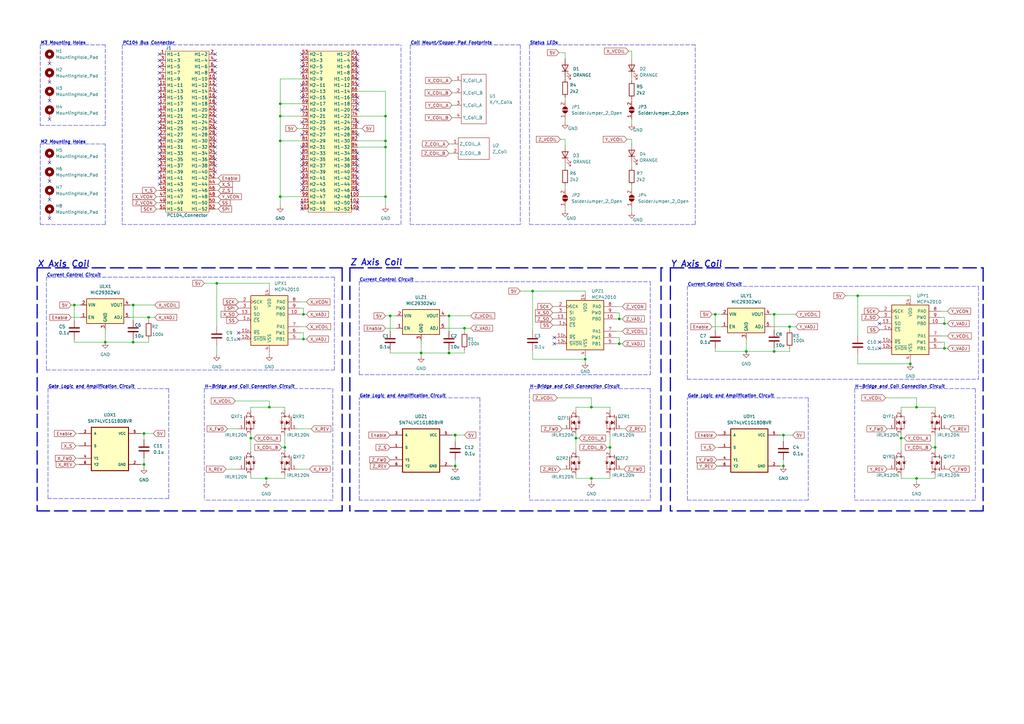
<source format=kicad_sch>
(kicad_sch (version 20211123) (generator eeschema)
  (paper "A3")
  (junction (at 43.18 140.335))
  (junction (at 114.935 42.545))
  (junction (at 184.15 144.78))
  (junction (at 158.115 57.785))
  (junction (at 172.72 144.78))
  (junction (at 293.37 128.905))
  (junction (at 124.46 128.905))
  (junction (at 109.22 196.215))
  (junction (at 54.61 140.335))
  (junction (at 116.84 183.515))
  (junction (at 242.57 167.005))
  (junction (at 186.6637 178.435))
  (junction (at 160.02 129.54))
  (junction (at 190.5 134.62))
  (junction (at 158.115 80.645))
  (junction (at 387.35 132.715))
  (junction (at 323.85 133.985))
  (junction (at 54.61 125.095))
  (junction (at 250.19 183.515))
  (junction (at 375.92 196.215))
  (junction (at 88.9 116.205))
  (junction (at 114.935 57.785))
  (junction (at 387.35 142.875))
  (junction (at 102.87 179.705))
  (junction (at 158.115 47.625))
  (junction (at 218.44 119.38))
  (junction (at 114.935 80.645))
  (junction (at 60.96 130.175))
  (junction (at 240.03 147.32))
  (junction (at 59.055 177.8))
  (junction (at 317.5 144.145))
  (junction (at 321.31 178.435))
  (junction (at 124.46 139.065))
  (junction (at 369.57 179.705))
  (junction (at 351.79 121.285))
  (junction (at 242.57 196.215))
  (junction (at 375.92 167.005))
  (junction (at 236.22 179.705))
  (junction (at 59.055 190.5))
  (junction (at 321.31 191.135))
  (junction (at 373.38 149.225))
  (junction (at 110.49 167.005))
  (junction (at 383.54 183.515))
  (junction (at 317.5 128.905))
  (junction (at 30.48 125.095))
  (junction (at 254 140.97))
  (junction (at 114.935 47.625))
  (junction (at 306.07 144.145))
  (junction (at 254 130.81))
  (junction (at 184.15 129.54))
  (junction (at 186.69 191.135))
  (junction (at 186.69 178.435))
  (junction (at 158.115 60.325))
  (no_connect (at 20.32 89.535))
  (no_connect (at 97.79 139.065))
  (no_connect (at 360.68 142.875))
  (no_connect (at 20.32 41.275))
  (no_connect (at 123.825 45.085))
  (no_connect (at 146.685 45.085))
  (no_connect (at 65.405 32.385))
  (no_connect (at 65.405 34.925))
  (no_connect (at 65.405 50.165))
  (no_connect (at 65.405 22.225))
  (no_connect (at 65.405 24.765))
  (no_connect (at 65.405 27.305))
  (no_connect (at 65.405 29.845))
  (no_connect (at 65.405 37.465))
  (no_connect (at 65.405 40.005))
  (no_connect (at 65.405 42.545))
  (no_connect (at 65.405 45.085))
  (no_connect (at 65.405 47.625))
  (no_connect (at 65.405 62.865))
  (no_connect (at 65.405 65.405))
  (no_connect (at 65.405 67.945))
  (no_connect (at 65.405 70.485))
  (no_connect (at 65.405 73.025))
  (no_connect (at 65.405 75.565))
  (no_connect (at 88.265 70.485))
  (no_connect (at 88.265 67.945))
  (no_connect (at 88.265 65.405))
  (no_connect (at 88.265 62.865))
  (no_connect (at 65.405 52.705))
  (no_connect (at 65.405 55.245))
  (no_connect (at 65.405 57.785))
  (no_connect (at 65.405 60.325))
  (no_connect (at 88.265 60.325))
  (no_connect (at 88.265 57.785))
  (no_connect (at 88.265 55.245))
  (no_connect (at 88.265 52.705))
  (no_connect (at 88.265 50.165))
  (no_connect (at 88.265 47.625))
  (no_connect (at 88.265 45.085))
  (no_connect (at 88.265 40.005))
  (no_connect (at 88.265 42.545))
  (no_connect (at 88.265 22.225))
  (no_connect (at 88.265 24.765))
  (no_connect (at 88.265 27.305))
  (no_connect (at 88.265 29.845))
  (no_connect (at 88.265 32.385))
  (no_connect (at 88.265 34.925))
  (no_connect (at 88.265 37.465))
  (no_connect (at 123.825 34.925))
  (no_connect (at 123.825 22.225))
  (no_connect (at 123.825 24.765))
  (no_connect (at 123.825 27.305))
  (no_connect (at 123.825 29.845))
  (no_connect (at 123.825 37.465))
  (no_connect (at 123.825 40.005))
  (no_connect (at 123.825 55.245))
  (no_connect (at 123.825 62.865))
  (no_connect (at 123.825 65.405))
  (no_connect (at 123.825 67.945))
  (no_connect (at 123.825 70.485))
  (no_connect (at 123.825 73.025))
  (no_connect (at 123.825 75.565))
  (no_connect (at 123.825 78.105))
  (no_connect (at 123.825 83.185))
  (no_connect (at 123.825 85.725))
  (no_connect (at 146.685 85.725))
  (no_connect (at 146.685 83.185))
  (no_connect (at 146.685 78.105))
  (no_connect (at 146.685 75.565))
  (no_connect (at 146.685 73.025))
  (no_connect (at 146.685 70.485))
  (no_connect (at 146.685 67.945))
  (no_connect (at 146.685 65.405))
  (no_connect (at 146.685 62.865))
  (no_connect (at 146.685 55.245))
  (no_connect (at 227.33 138.43))
  (no_connect (at 97.79 136.525))
  (no_connect (at 146.685 50.165))
  (no_connect (at 20.32 26.035))
  (no_connect (at 123.825 50.165))
  (no_connect (at 360.68 132.715))
  (no_connect (at 20.32 66.675))
  (no_connect (at 123.825 60.325))
  (no_connect (at 20.32 74.295))
  (no_connect (at 20.32 81.915))
  (no_connect (at 20.32 48.895))
  (no_connect (at 227.33 140.97))
  (no_connect (at 360.68 140.335))
  (no_connect (at 20.32 33.655))
  (no_connect (at 146.685 32.385))
  (no_connect (at 146.685 22.225))
  (no_connect (at 146.685 24.765))
  (no_connect (at 146.685 27.305))
  (no_connect (at 146.685 29.845))
  (no_connect (at 146.685 42.545))
  (no_connect (at 146.685 40.005))
  (no_connect (at 146.685 34.925))
  (wire (pts (xy 127 192.405) (xy 121.92 192.405)))
  (wire (pts (xy 64.135 85.725) (xy 65.405 85.725)))
  (wire (pts (xy 250.19 194.945) (xy 250.19 196.215)))
  (wire (pts (xy 124.46 128.905) (xy 125.73 128.905)))
  (polyline (pts (xy 15.24 109.855) (xy 140.335 109.855)) (stroke (width 0.5)))
  (wire (pts (xy 116.84 194.945) (xy 116.84 196.215)))
  (wire (pts (xy 259.08 48.895) (xy 259.08 50.8)))
  (wire (pts (xy 236.22 179.705) (xy 237.49 179.705)))
  (wire (pts (xy 123.19 133.985) (xy 125.73 133.985)))
  (wire (pts (xy 146.685 57.785) (xy 158.115 57.785)))
  (wire (pts (xy 186.69 178.435) (xy 186.69 180.975)))
  (wire (pts (xy 160.02 129.54) (xy 162.56 129.54)))
  (wire (pts (xy 158.115 57.785) (xy 158.115 60.325)))
  (wire (pts (xy 373.38 121.285) (xy 373.38 122.555)))
  (polyline (pts (xy 143.51 109.855) (xy 271.7537 109.855)) (stroke (width 0.5)))
  (polyline (pts (xy 168.275 92.075) (xy 213.36 92.075)))
  (polyline (pts (xy 217.17 159.385) (xy 266.7 159.385)))
  (wire (pts (xy 182.88 134.62) (xy 190.5 134.62)))
  (polyline (pts (xy 50.165 18.415) (xy 50.165 92.075)))
  (wire (pts (xy 89.535 83.185) (xy 88.265 83.185)))
  (wire (pts (xy 186.69 188.595) (xy 186.69 191.135)))
  (wire (pts (xy 114.935 32.385) (xy 123.825 32.385)))
  (polyline (pts (xy 168.275 18.415) (xy 213.36 18.415)))
  (wire (pts (xy 93.345 175.895) (xy 97.79 175.895)))
  (wire (pts (xy 43.18 135.255) (xy 43.18 140.335)))
  (wire (pts (xy 293.37 142.875) (xy 293.37 144.145)))
  (wire (pts (xy 236.22 179.705) (xy 236.22 184.785)))
  (wire (pts (xy 242.57 167.005) (xy 250.19 167.005)))
  (polyline (pts (xy 196.85 205.105) (xy 147.32 205.105)))
  (wire (pts (xy 321.31 188.595) (xy 321.31 191.135)))
  (wire (pts (xy 185.42 38.1) (xy 186.69 38.1)))
  (polyline (pts (xy 19.05 151.765) (xy 19.05 113.665)))
  (wire (pts (xy 321.31 178.435) (xy 321.31 180.975)))
  (polyline (pts (xy 403.225 209.55) (xy 274.955 209.55)) (stroke (width 0.5)))
  (wire (pts (xy 294.005 191.135) (xy 294.64 191.135)))
  (wire (pts (xy 236.22 167.005) (xy 242.57 167.005)))
  (polyline (pts (xy 401.32 117.475) (xy 401.32 155.575)))
  (polyline (pts (xy 16.51 59.055) (xy 43.18 59.055)))
  (wire (pts (xy 317.5 144.145) (xy 323.85 144.145)))
  (wire (pts (xy 102.87 168.275) (xy 102.87 167.005)))
  (wire (pts (xy 323.85 133.985) (xy 316.23 133.985)))
  (wire (pts (xy 306.07 139.065) (xy 306.07 144.145)))
  (wire (pts (xy 242.57 163.195) (xy 242.57 167.005)))
  (wire (pts (xy 259.08 40.64) (xy 259.08 41.275)))
  (wire (pts (xy 60.96 130.175) (xy 53.34 130.175)))
  (polyline (pts (xy 217.17 18.415) (xy 285.115 18.415)))
  (wire (pts (xy 254 140.97) (xy 255.27 140.97)))
  (wire (pts (xy 386.08 127.635) (xy 388.62 127.635)))
  (wire (pts (xy 115.57 183.515) (xy 116.84 183.515)))
  (wire (pts (xy 185.42 178.435) (xy 186.6637 178.435)))
  (wire (pts (xy 110.49 164.465) (xy 110.49 167.005)))
  (wire (pts (xy 226.695 130.81) (xy 227.33 130.81)))
  (wire (pts (xy 231.775 76.2) (xy 231.775 77.47)))
  (polyline (pts (xy 140.335 209.55) (xy 15.24 209.55)) (stroke (width 0.5)))
  (wire (pts (xy 123.19 136.525) (xy 124.46 136.525)))
  (wire (pts (xy 158.115 47.625) (xy 158.115 57.785)))
  (polyline (pts (xy 168.275 18.415) (xy 168.275 92.075)))
  (wire (pts (xy 236.22 194.945) (xy 236.22 196.215)))
  (wire (pts (xy 190.5 134.62) (xy 190.5 135.89)))
  (wire (pts (xy 110.49 167.005) (xy 116.84 167.005)))
  (wire (pts (xy 123.19 139.065) (xy 124.46 139.065)))
  (polyline (pts (xy 281.94 163.195) (xy 331.47 163.195)))
  (wire (pts (xy 102.87 196.215) (xy 109.22 196.215)))
  (polyline (pts (xy 137.16 113.665) (xy 137.16 151.765)))
  (wire (pts (xy 54.61 140.335) (xy 60.96 140.335)))
  (polyline (pts (xy 213.36 18.415) (xy 213.36 92.075)))
  (wire (pts (xy 190.5 134.62) (xy 193.04 134.62)))
  (wire (pts (xy 30.48 140.335) (xy 43.18 140.335)))
  (wire (pts (xy 102.87 178.435) (xy 102.87 179.705)))
  (wire (pts (xy 242.57 196.215) (xy 242.57 197.485)))
  (polyline (pts (xy 281.94 155.575) (xy 401.32 155.575)))
  (wire (pts (xy 294.005 188.595) (xy 294.64 188.595)))
  (wire (pts (xy 382.27 183.515) (xy 383.54 183.515)))
  (wire (pts (xy 387.35 142.875) (xy 388.62 142.875)))
  (wire (pts (xy 158.115 37.465) (xy 158.115 47.625)))
  (wire (pts (xy 236.22 196.215) (xy 242.57 196.215)))
  (wire (pts (xy 259.08 20.955) (xy 259.08 24.13)))
  (wire (pts (xy 186.69 178.435) (xy 190.4737 178.435)))
  (polyline (pts (xy 271.1187 209.55) (xy 143.4837 209.55)) (stroke (width 0.5)))
  (wire (pts (xy 363.855 192.405) (xy 364.49 192.405)))
  (polyline (pts (xy 147.32 153.67) (xy 266.7 153.67)))
  (wire (pts (xy 231.775 48.895) (xy 231.775 50.165)))
  (wire (pts (xy 254 130.81) (xy 255.27 130.81)))
  (wire (pts (xy 123.19 123.825) (xy 125.73 123.825)))
  (wire (pts (xy 124.46 126.365) (xy 124.46 128.905)))
  (polyline (pts (xy 266.7 159.385) (xy 266.7 205.105)))
  (wire (pts (xy 252.73 125.73) (xy 255.27 125.73)))
  (polyline (pts (xy 266.7 205.105) (xy 217.17 205.105)))
  (wire (pts (xy 30.48 131.445) (xy 30.48 125.095)))
  (wire (pts (xy 386.08 142.875) (xy 387.35 142.875)))
  (wire (pts (xy 60.96 131.445) (xy 60.96 130.175)))
  (polyline (pts (xy 83.82 159.385) (xy 83.82 205.105)))
  (wire (pts (xy 184.15 143.51) (xy 184.15 144.78)))
  (wire (pts (xy 386.08 140.335) (xy 387.35 140.335)))
  (wire (pts (xy 158.115 129.54) (xy 160.02 129.54)))
  (wire (pts (xy 102.87 194.945) (xy 102.87 196.215)))
  (polyline (pts (xy 16.51 18.415) (xy 16.51 51.435)))
  (wire (pts (xy 231.775 31.75) (xy 231.775 32.385)))
  (polyline (pts (xy 136.525 159.385) (xy 136.525 205.105)))
  (wire (pts (xy 30.48 125.095) (xy 33.02 125.095)))
  (wire (pts (xy 43.18 140.335) (xy 54.61 140.335)))
  (polyline (pts (xy 69.215 159.385) (xy 69.215 204.47)))
  (wire (pts (xy 292.1 133.985) (xy 295.91 133.985)))
  (wire (pts (xy 229.87 57.15) (xy 231.775 57.15)))
  (wire (pts (xy 114.935 80.645) (xy 114.935 84.455)))
  (wire (pts (xy 83.82 116.205) (xy 88.9 116.205)))
  (polyline (pts (xy 19.05 113.665) (xy 137.16 113.665)))
  (wire (pts (xy 109.22 196.215) (xy 116.84 196.215)))
  (wire (pts (xy 257.175 57.15) (xy 259.08 57.15)))
  (wire (pts (xy 383.54 183.515) (xy 383.54 184.785)))
  (wire (pts (xy 240.03 148.59) (xy 240.03 147.32)))
  (wire (pts (xy 351.79 149.225) (xy 373.38 149.225)))
  (wire (pts (xy 363.22 163.195) (xy 375.92 163.195)))
  (wire (pts (xy 110.49 145.415) (xy 110.49 144.145)))
  (polyline (pts (xy 19.05 151.765) (xy 137.16 151.765)))
  (wire (pts (xy 88.9 116.205) (xy 110.49 116.205)))
  (polyline (pts (xy 350.52 159.385) (xy 350.52 205.105)))
  (polyline (pts (xy 147.32 163.195) (xy 196.85 163.195)))
  (wire (pts (xy 250.19 183.515) (xy 250.19 184.785)))
  (wire (pts (xy 369.57 194.945) (xy 369.57 196.215)))
  (polyline (pts (xy 50.165 92.075) (xy 164.465 92.075)))
  (wire (pts (xy 121.92 52.705) (xy 123.825 52.705)))
  (wire (pts (xy 387.35 132.715) (xy 388.62 132.715)))
  (wire (pts (xy 259.08 76.2) (xy 259.08 77.47)))
  (wire (pts (xy 240.03 119.38) (xy 240.03 120.65)))
  (wire (pts (xy 231.775 67.31) (xy 231.775 68.58)))
  (wire (pts (xy 116.84 167.005) (xy 116.84 168.275)))
  (polyline (pts (xy 43.18 51.435) (xy 43.18 18.415)))
  (wire (pts (xy 110.49 116.205) (xy 110.49 118.745)))
  (wire (pts (xy 386.08 137.795) (xy 388.62 137.795)))
  (wire (pts (xy 185.42 43.18) (xy 186.69 43.18)))
  (wire (pts (xy 383.54 194.945) (xy 383.54 196.215)))
  (polyline (pts (xy 217.17 18.415) (xy 217.17 92.075)))
  (wire (pts (xy 186.6637 178.435) (xy 186.69 178.435)))
  (wire (pts (xy 64.135 80.645) (xy 65.405 80.645)))
  (wire (pts (xy 59.055 187.96) (xy 59.055 190.5)))
  (wire (pts (xy 373.38 149.225) (xy 373.38 147.955)))
  (wire (pts (xy 31.115 182.88) (xy 32.385 182.88)))
  (wire (pts (xy 31.115 177.8) (xy 32.385 177.8)))
  (polyline (pts (xy 274.955 109.855) (xy 403.225 109.855)) (stroke (width 0.5)))
  (wire (pts (xy 114.935 42.545) (xy 114.935 32.385)))
  (polyline (pts (xy 400.05 205.105) (xy 350.52 205.105)))
  (polyline (pts (xy 147.32 115.57) (xy 266.7 115.57)))
  (wire (pts (xy 292.1 128.905) (xy 293.37 128.905)))
  (wire (pts (xy 259.08 31.75) (xy 259.08 33.02)))
  (wire (pts (xy 229.235 21.59) (xy 231.775 21.59)))
  (wire (pts (xy 158.115 80.645) (xy 158.115 84.455)))
  (wire (pts (xy 102.87 179.705) (xy 104.14 179.705)))
  (wire (pts (xy 124.46 136.525) (xy 124.46 139.065)))
  (wire (pts (xy 59.055 177.8) (xy 62.865 177.8)))
  (wire (pts (xy 53.34 125.095) (xy 54.61 125.095)))
  (polyline (pts (xy 15.24 109.855) (xy 15.24 209.55)) (stroke (width 0.5)))
  (wire (pts (xy 320.04 178.435) (xy 321.31 178.435)))
  (wire (pts (xy 114.935 47.625) (xy 114.935 57.785)))
  (wire (pts (xy 230.505 175.895) (xy 231.14 175.895)))
  (wire (pts (xy 213.36 119.38) (xy 218.44 119.38)))
  (wire (pts (xy 29.21 125.095) (xy 30.48 125.095)))
  (polyline (pts (xy 266.7 115.57) (xy 266.7 153.67)))
  (wire (pts (xy 146.685 47.625) (xy 158.115 47.625)))
  (wire (pts (xy 31.115 190.5) (xy 32.385 190.5)))
  (wire (pts (xy 236.22 168.275) (xy 236.22 167.005)))
  (wire (pts (xy 369.57 168.275) (xy 369.57 167.005)))
  (polyline (pts (xy 403.225 109.855) (xy 403.225 209.55)) (stroke (width 0.5)))
  (wire (pts (xy 383.54 167.005) (xy 383.54 168.275)))
  (wire (pts (xy 114.935 57.785) (xy 114.935 80.645)))
  (wire (pts (xy 242.57 196.215) (xy 250.19 196.215)))
  (wire (pts (xy 248.92 183.515) (xy 250.19 183.515)))
  (wire (pts (xy 306.07 144.145) (xy 317.5 144.145)))
  (polyline (pts (xy 285.115 92.075) (xy 285.115 18.415)))
  (wire (pts (xy 89.535 85.725) (xy 88.265 85.725)))
  (wire (pts (xy 369.57 167.005) (xy 375.92 167.005)))
  (wire (pts (xy 228.6 163.195) (xy 242.57 163.195)))
  (wire (pts (xy 30.48 139.065) (xy 30.48 140.335)))
  (wire (pts (xy 294.005 178.435) (xy 294.64 178.435)))
  (wire (pts (xy 346.71 121.285) (xy 351.79 121.285)))
  (wire (pts (xy 96.52 164.465) (xy 110.49 164.465)))
  (wire (pts (xy 351.79 137.795) (xy 351.79 121.285)))
  (wire (pts (xy 89.535 73.025) (xy 88.265 73.025)))
  (wire (pts (xy 89.535 80.645) (xy 88.265 80.645)))
  (wire (pts (xy 389.255 192.405) (xy 388.62 192.405)))
  (wire (pts (xy 172.72 139.7) (xy 172.72 144.78)))
  (wire (pts (xy 146.685 60.325) (xy 158.115 60.325)))
  (wire (pts (xy 375.92 163.195) (xy 375.92 167.005)))
  (wire (pts (xy 218.44 135.89) (xy 218.44 119.38)))
  (wire (pts (xy 127.635 175.895) (xy 121.92 175.895)))
  (wire (pts (xy 259.08 85.09) (xy 259.08 86.995)))
  (polyline (pts (xy 147.32 205.105) (xy 147.32 163.195)))
  (wire (pts (xy 182.88 129.54) (xy 184.15 129.54)))
  (wire (pts (xy 158.115 134.62) (xy 162.56 134.62)))
  (wire (pts (xy 60.96 130.175) (xy 63.5 130.175)))
  (wire (pts (xy 229.87 192.405) (xy 231.14 192.405)))
  (wire (pts (xy 184.15 59.055) (xy 185.42 59.055)))
  (wire (pts (xy 54.61 139.065) (xy 54.61 140.335)))
  (polyline (pts (xy 281.94 205.105) (xy 281.94 163.195)))
  (wire (pts (xy 185.42 48.26) (xy 186.69 48.26)))
  (wire (pts (xy 185.42 33.02) (xy 186.69 33.02)))
  (wire (pts (xy 351.79 145.415) (xy 351.79 149.225)))
  (polyline (pts (xy 83.82 159.385) (xy 136.525 159.385)))
  (polyline (pts (xy 196.85 163.195) (xy 196.85 205.105)))
  (polyline (pts (xy 16.51 92.075) (xy 43.18 92.075)))
  (wire (pts (xy 293.37 183.515) (xy 294.64 183.515)))
  (wire (pts (xy 116.84 178.435) (xy 116.84 183.515)))
  (wire (pts (xy 323.85 133.985) (xy 326.39 133.985)))
  (wire (pts (xy 64.135 83.185) (xy 65.405 83.185)))
  (wire (pts (xy 190.5 143.51) (xy 190.5 144.78)))
  (wire (pts (xy 231.775 40.005) (xy 231.775 41.275)))
  (wire (pts (xy 123.825 42.545) (xy 114.935 42.545)))
  (polyline (pts (xy 217.17 92.075) (xy 285.115 92.075)))
  (wire (pts (xy 389.255 175.895) (xy 388.62 175.895)))
  (wire (pts (xy 255.905 192.405) (xy 255.27 192.405)))
  (wire (pts (xy 218.44 147.32) (xy 240.03 147.32)))
  (wire (pts (xy 252.73 140.97) (xy 254 140.97)))
  (wire (pts (xy 386.08 132.715) (xy 387.35 132.715)))
  (polyline (pts (xy 43.18 92.075) (xy 43.18 59.055)))
  (wire (pts (xy 60.96 139.065) (xy 60.96 140.335)))
  (wire (pts (xy 160.02 129.54) (xy 160.02 135.89)))
  (wire (pts (xy 316.23 128.905) (xy 317.5 128.905)))
  (wire (pts (xy 123.19 126.365) (xy 124.46 126.365)))
  (wire (pts (xy 375.92 167.005) (xy 383.54 167.005)))
  (wire (pts (xy 185.42 191.135) (xy 186.69 191.135)))
  (wire (pts (xy 323.85 135.255) (xy 323.85 133.985)))
  (polyline (pts (xy 16.51 51.435) (xy 43.18 51.435)))
  (wire (pts (xy 259.08 57.15) (xy 259.08 59.055)))
  (wire (pts (xy 114.935 57.785) (xy 123.825 57.785)))
  (wire (pts (xy 54.61 125.095) (xy 63.5 125.095)))
  (wire (pts (xy 236.22 178.435) (xy 236.22 179.705)))
  (wire (pts (xy 114.935 47.625) (xy 123.825 47.625)))
  (wire (pts (xy 59.055 191.77) (xy 59.055 190.5)))
  (wire (pts (xy 109.22 196.215) (xy 109.22 197.485)))
  (wire (pts (xy 29.21 130.175) (xy 33.02 130.175)))
  (wire (pts (xy 64.135 78.105) (xy 65.405 78.105)))
  (wire (pts (xy 369.57 178.435) (xy 369.57 179.705)))
  (wire (pts (xy 59.055 180.34) (xy 59.055 177.8)))
  (polyline (pts (xy 281.94 155.575) (xy 281.94 117.475)))
  (wire (pts (xy 88.9 141.605) (xy 88.9 145.415)))
  (wire (pts (xy 323.85 144.145) (xy 323.85 142.875)))
  (wire (pts (xy 184.15 144.78) (xy 172.72 144.78)))
  (wire (pts (xy 383.54 178.435) (xy 383.54 183.515)))
  (wire (pts (xy 218.44 143.51) (xy 218.44 147.32)))
  (wire (pts (xy 375.92 196.215) (xy 383.54 196.215)))
  (wire (pts (xy 184.15 129.54) (xy 193.04 129.54)))
  (wire (pts (xy 57.785 177.8) (xy 59.055 177.8)))
  (wire (pts (xy 295.91 128.905) (xy 293.37 128.905)))
  (wire (pts (xy 320.04 191.135) (xy 321.31 191.135)))
  (wire (pts (xy 257.81 20.955) (xy 259.08 20.955)))
  (wire (pts (xy 317.5 135.255) (xy 317.5 128.905)))
  (wire (pts (xy 386.08 130.175) (xy 387.35 130.175)))
  (wire (pts (xy 254 138.43) (xy 254 140.97)))
  (wire (pts (xy 124.46 139.065) (xy 125.73 139.065)))
  (polyline (pts (xy 19.685 204.47) (xy 19.685 159.385)))
  (wire (pts (xy 184.15 62.865) (xy 185.42 62.865)))
  (polyline (pts (xy 143.51 109.855) (xy 143.4837 209.55)) (stroke (width 0.5)))
  (wire (pts (xy 89.535 75.565) (xy 88.265 75.565)))
  (wire (pts (xy 387.35 130.175) (xy 387.35 132.715)))
  (wire (pts (xy 226.695 125.73) (xy 227.33 125.73)))
  (wire (pts (xy 172.72 146.05) (xy 172.72 144.78)))
  (wire (pts (xy 102.87 167.005) (xy 110.49 167.005)))
  (wire (pts (xy 218.44 119.38) (xy 240.03 119.38)))
  (polyline (pts (xy 274.955 109.855) (xy 274.955 209.55)) (stroke (width 0.5)))
  (wire (pts (xy 293.37 144.145) (xy 306.07 144.145)))
  (polyline (pts (xy 400.05 159.385) (xy 400.05 205.105)))
  (wire (pts (xy 317.5 128.905) (xy 326.39 128.905)))
  (wire (pts (xy 375.92 196.215) (xy 375.92 197.485)))
  (wire (pts (xy 250.19 178.435) (xy 250.19 183.515)))
  (polyline (pts (xy 16.51 59.055) (xy 16.51 92.075)))
  (polyline (pts (xy 136.525 205.105) (xy 83.82 205.105)))
  (wire (pts (xy 387.35 140.335) (xy 387.35 142.875)))
  (wire (pts (xy 231.775 21.59) (xy 231.775 24.13)))
  (wire (pts (xy 259.08 66.675) (xy 259.08 68.58)))
  (wire (pts (xy 363.855 175.895) (xy 364.49 175.895)))
  (wire (pts (xy 254 128.27) (xy 254 130.81)))
  (wire (pts (xy 317.5 142.875) (xy 317.5 144.145)))
  (wire (pts (xy 123.19 128.905) (xy 124.46 128.905)))
  (polyline (pts (xy 217.17 159.385) (xy 217.17 205.105)))
  (wire (pts (xy 351.79 121.285) (xy 373.38 121.285)))
  (wire (pts (xy 231.775 85.09) (xy 231.775 86.36)))
  (wire (pts (xy 114.935 42.545) (xy 114.935 47.625)))
  (wire (pts (xy 89.535 78.105) (xy 88.265 78.105)))
  (wire (pts (xy 54.61 131.445) (xy 54.61 125.095)))
  (polyline (pts (xy 350.52 159.385) (xy 400.05 159.385)))
  (wire (pts (xy 369.57 179.705) (xy 369.57 184.785)))
  (wire (pts (xy 240.03 146.05) (xy 240.03 147.32)))
  (wire (pts (xy 148.59 52.705) (xy 146.685 52.705)))
  (wire (pts (xy 92.71 192.405) (xy 97.79 192.405)))
  (wire (pts (xy 252.73 128.27) (xy 254 128.27)))
  (polyline (pts (xy 69.215 204.47) (xy 19.685 204.47)))
  (polyline (pts (xy 19.685 159.385) (xy 69.215 159.385)))
  (polyline (pts (xy 271.1187 109.855) (xy 271.1187 209.55)) (stroke (width 0.5)))
  (wire (pts (xy 369.57 196.215) (xy 375.92 196.215)))
  (wire (pts (xy 31.115 187.96) (xy 32.385 187.96)))
  (polyline (pts (xy 147.32 153.67) (xy 147.32 115.57)))
  (wire (pts (xy 226.695 128.27) (xy 227.33 128.27)))
  (wire (pts (xy 231.775 57.15) (xy 231.775 59.69)))
  (wire (pts (xy 250.19 167.005) (xy 250.19 168.275)))
  (polyline (pts (xy 50.165 18.415) (xy 164.465 18.415)))
  (polyline (pts (xy 331.47 163.195) (xy 331.47 205.105)))
  (wire (pts (xy 114.935 80.645) (xy 123.825 80.645)))
  (wire (pts (xy 88.9 116.205) (xy 88.9 133.985)))
  (polyline (pts (xy 164.465 92.075) (xy 164.465 18.415)))
  (wire (pts (xy 252.73 135.89) (xy 255.27 135.89)))
  (wire (pts (xy 158.115 60.325) (xy 158.115 80.645)))
  (polyline (pts (xy 16.51 18.415) (xy 43.18 18.415)))
  (wire (pts (xy 102.87 179.705) (xy 102.87 184.785)))
  (wire (pts (xy 57.785 190.5) (xy 59.055 190.5)))
  (wire (pts (xy 369.57 179.705) (xy 370.84 179.705)))
  (wire (pts (xy 226.695 133.35) (xy 227.33 133.35)))
  (wire (pts (xy 146.685 37.465) (xy 158.115 37.465)))
  (wire (pts (xy 160.02 144.78) (xy 172.72 144.78)))
  (wire (pts (xy 160.02 143.51) (xy 160.02 144.78)))
  (wire (pts (xy 321.31 178.435) (xy 325.12 178.435)))
  (wire (pts (xy 184.15 129.54) (xy 184.15 135.89)))
  (polyline (pts (xy 331.47 205.105) (xy 281.94 205.105)))
  (polyline (pts (xy 281.94 117.475) (xy 401.32 117.475)))
  (wire (pts (xy 293.37 128.905) (xy 293.37 135.255)))
  (wire (pts (xy 256.54 175.895) (xy 255.27 175.895)))
  (polyline (pts (xy 140.335 109.855) (xy 140.335 209.55)) (stroke (width 0.5)))
  (wire (pts (xy 146.685 80.645) (xy 158.115 80.645)))
  (wire (pts (xy 252.73 130.81) (xy 254 130.81)))
  (wire (pts (xy 184.15 144.78) (xy 190.5 144.78)))
  (wire (pts (xy 116.84 183.515) (xy 116.84 184.785)))
  (wire (pts (xy 252.73 138.43) (xy 254 138.43)))
  (text "M3 Mounting Holes\n" (at 16.51 18.415 0) (effects (font (size 1.27 1.27) (thickness 0.254) bold italic) (justify left bottom)))
  (text "Gate Logic and Amplification Circuit" (at 147.32 163.195 0) (effects (font (size 1.27 1.27) (thickness 0.254) bold italic) (justify left bottom)))
  (text "Gate Logic and Amplification Circuit" (at 19.685 159.385 0) (effects (font (size 1.27 1.27) (thickness 0.254) bold italic) (justify left bottom)))
  (text "M2 Mounting Holes\n" (at 16.51 59.055 0) (effects (font (size 1.27 1.27) (thickness 0.254) bold italic) (justify left bottom)))
  (text "Gate Logic and Amplification Circuit" (at 281.94 163.195 0) (effects (font (size 1.27 1.27) (thickness 0.254) bold italic) (justify left bottom)))
  (text "Status LEDs" (at 217.17 18.415 0) (effects (font (size 1.27 1.27) bold italic) (justify left bottom)))
  (text "Z Axis Coil" (at 143.51 109.22 0) (effects (font (size 2.54 2.54) (thickness 0.4) bold italic) (justify left bottom)))
  (text "X Axis Coil" (at 15.24 109.855 0) (effects (font (size 2.54 2.54) (thickness 0.4) bold italic) (justify left bottom)))
  (text "Current Control Circuit" (at 19.05 113.665 0) (effects (font (size 1.27 1.27) (thickness 0.254) bold italic) (justify left bottom)))
  (text "Y Axis Coil" (at 274.955 109.855 0) (effects (font (size 2.54 2.54) (thickness 0.4) bold italic) (justify left bottom)))
  (text "PC104 Bus Connector" (at 50.165 18.415 0) (effects (font (size 1.27 1.27) (thickness 0.254) bold italic) (justify left bottom)))
  (text "H-Bridge and Coil Connection Circuit" (at 217.17 159.385 0) (effects (font (size 1.27 1.27) (thickness 0.254) bold italic) (justify left bottom)))
  (text "H-Bridge and Coil Connection Circuit" (at 350.52 159.385 0) (effects (font (size 1.27 1.27) (thickness 0.254) bold italic) (justify left bottom)))
  (text "H-Bridge and Coil Connection Circuit" (at 83.82 159.385 0) (effects (font (size 1.27 1.27) (thickness 0.254) bold italic) (justify left bottom)))
  (text "Coil Mount/Copper Pad Footprints" (at 168.275 18.415 0) (effects (font (size 1.27 1.27) (thickness 0.254) bold italic) (justify left bottom)))
  (text "Current Control Circuit" (at 147.32 115.57 0) (effects (font (size 1.27 1.27) (thickness 0.254) bold italic) (justify left bottom)))
  (text "Current Control Circuit" (at 281.94 117.475 0) (effects (font (size 1.27 1.27) (thickness 0.254) bold italic) (justify left bottom)))
  (global_label "Z_SO" (shape input) (at 360.68 130.175 180) (property "Intersheet References" "${INTERSHEET_REFS}" (effects hide)))
  (global_label "5V" (shape input) (at 29.21 125.095 180) (property "Intersheet References" "${INTERSHEET_REFS}" (effects hide)))
  (global_label "Z_REV" (shape input) (at 229.87 192.405 180) (property "Intersheet References" "${INTERSHEET_REFS}" (effects hide)))
  (global_label "X_COIL_B" (shape input) (at 185.42 38.1 180) (property "Intersheet References" "${INTERSHEET_REFS}" (effects hide)))
  (global_label "Enable" (shape input) (at 294.005 178.435 180) (property "Intersheet References" "${INTERSHEET_REFS}" (effects hide)))
  (global_label "5V" (shape input) (at 190.4737 178.435 0) (property "Intersheet References" "${INTERSHEET_REFS}" (effects hide)))
  (global_label "Y_REV" (shape input) (at 389.255 175.895 0) (property "Intersheet References" "${INTERSHEET_REFS}" (effects hide)))
  (global_label "5V" (shape input) (at 121.92 52.705 180) (property "Intersheet References" "${INTERSHEET_REFS}" (effects hide)))
  (global_label "X_VADJ" (shape input) (at 125.73 139.065 0) (property "Intersheet References" "${INTERSHEET_REFS}" (effects hide)))
  (global_label "Y_REV" (shape input) (at 363.855 192.405 180) (property "Intersheet References" "${INTERSHEET_REFS}" (effects hide)))
  (global_label "SCK" (shape input) (at 360.68 127.635 180) (property "Intersheet References" "${INTERSHEET_REFS}" (effects hide)))
  (global_label "Z_VCOIL" (shape input) (at 228.6 163.195 180) (property "Intersheet References" "${INTERSHEET_REFS}" (effects hide)))
  (global_label "Z_FWD" (shape input) (at 255.905 192.405 0) (property "Intersheet References" "${INTERSHEET_REFS}" (effects hide)))
  (global_label "Z_VADJ" (shape input) (at 255.27 140.97 0) (property "Intersheet References" "${INTERSHEET_REFS}" (effects hide)))
  (global_label "SS" (shape input) (at 226.695 133.35 180) (property "Intersheet References" "${INTERSHEET_REFS}" (effects hide)))
  (global_label "Z_VCOIL" (shape input) (at 193.04 129.54 0) (property "Intersheet References" "${INTERSHEET_REFS}" (effects hide)))
  (global_label "X_VCOIL" (shape input) (at 96.52 164.465 180) (property "Intersheet References" "${INTERSHEET_REFS}" (effects hide)))
  (global_label "Y_VCOIL" (shape input) (at 257.175 57.15 180) (property "Intersheet References" "${INTERSHEET_REFS}" (effects hide)))
  (global_label "X_VADJ" (shape input) (at 63.5 130.175 0) (property "Intersheet References" "${INTERSHEET_REFS}" (effects hide)))
  (global_label "Z_VADJ" (shape input) (at 255.27 130.81 0) (property "Intersheet References" "${INTERSHEET_REFS}" (effects hide)))
  (global_label "SCK" (shape input) (at 64.135 85.725 180) (property "Intersheet References" "${INTERSHEET_REFS}" (effects hide)))
  (global_label "5V" (shape input) (at 158.115 129.54 180) (property "Intersheet References" "${INTERSHEET_REFS}" (effects hide)))
  (global_label "5V" (shape input) (at 346.71 121.285 180) (property "Intersheet References" "${INTERSHEET_REFS}" (effects hide)))
  (global_label "Y_S" (shape input) (at 64.135 78.105 180) (property "Intersheet References" "${INTERSHEET_REFS}" (effects hide)))
  (global_label "Y_VCOIL" (shape input) (at 363.22 163.195 180) (property "Intersheet References" "${INTERSHEET_REFS}" (effects hide)))
  (global_label "X_COIL_A" (shape input) (at 185.42 33.02 180) (property "Intersheet References" "${INTERSHEET_REFS}" (effects hide)))
  (global_label "X_SO" (shape input) (at 97.79 128.905 180) (property "Intersheet References" "${INTERSHEET_REFS}" (effects hide)))
  (global_label "Y_VCOIL" (shape input) (at 388.62 137.795 0) (property "Intersheet References" "${INTERSHEET_REFS}" (effects hide)))
  (global_label "5V" (shape input) (at 62.865 177.8 0) (property "Intersheet References" "${INTERSHEET_REFS}" (effects hide)))
  (global_label "Z_VADJ" (shape input) (at 193.04 134.62 0) (property "Intersheet References" "${INTERSHEET_REFS}" (effects hide)))
  (global_label "Z_COIL_B" (shape input) (at 184.15 62.865 180) (property "Intersheet References" "${INTERSHEET_REFS}" (effects hide)))
  (global_label "X_COIL_B" (shape input) (at 115.57 183.515 180) (property "Intersheet References" "${INTERSHEET_REFS}" (effects hide)))
  (global_label "X_VADJ" (shape input) (at 125.73 128.905 0) (property "Intersheet References" "${INTERSHEET_REFS}" (effects hide)))
  (global_label "X_VCON" (shape input) (at 64.135 80.645 180) (property "Intersheet References" "${INTERSHEET_REFS}" (effects hide)))
  (global_label "Y_COIL_B" (shape input) (at 382.27 183.515 180) (property "Intersheet References" "${INTERSHEET_REFS}" (effects hide)))
  (global_label "Y_COIL_B" (shape input) (at 185.42 48.26 180) (property "Intersheet References" "${INTERSHEET_REFS}" (effects hide)))
  (global_label "X_REV" (shape input) (at 31.115 190.5 180) (property "Intersheet References" "${INTERSHEET_REFS}" (effects hide)))
  (global_label "Enable" (shape input) (at 292.1 133.985 180) (property "Intersheet References" "${INTERSHEET_REFS}" (effects hide)))
  (global_label "X_VCOIL" (shape input) (at 125.73 133.985 0) (property "Intersheet References" "${INTERSHEET_REFS}" (effects hide)))
  (global_label "SPI" (shape input) (at 89.535 85.725 0) (property "Intersheet References" "${INTERSHEET_REFS}" (effects hide)))
  (global_label "SCK" (shape input) (at 97.79 123.825 180) (property "Intersheet References" "${INTERSHEET_REFS}" (effects hide)))
  (global_label "Z_REV" (shape input) (at 160.02 191.135 180) (property "Intersheet References" "${INTERSHEET_REFS}" (effects hide)))
  (global_label "5V" (shape input) (at 213.36 119.38 180) (property "Intersheet References" "${INTERSHEET_REFS}" (effects hide)))
  (global_label "Y_VCOIL" (shape input) (at 326.39 128.905 0) (property "Intersheet References" "${INTERSHEET_REFS}" (effects hide)))
  (global_label "X_VCON" (shape input) (at 125.73 123.825 0) (property "Intersheet References" "${INTERSHEET_REFS}" (effects hide)))
  (global_label "SS" (shape input) (at 89.535 83.185 0) (property "Intersheet References" "${INTERSHEET_REFS}" (effects hide)))
  (global_label "Y_FWD" (shape input) (at 294.005 188.595 180) (property "Intersheet References" "${INTERSHEET_REFS}" (effects hide)))
  (global_label "5V" (shape input) (at 229.235 21.59 180) (property "Intersheet References" "${INTERSHEET_REFS}" (effects hide)))
  (global_label "X_S" (shape input) (at 89.535 75.565 0) (property "Intersheet References" "${INTERSHEET_REFS}" (effects hide)))
  (global_label "Z_COIL_A" (shape input) (at 184.15 59.055 180) (property "Intersheet References" "${INTERSHEET_REFS}" (effects hide)))
  (global_label "X_REV" (shape input) (at 127.635 175.895 0) (property "Intersheet References" "${INTERSHEET_REFS}" (effects hide)))
  (global_label "Z_S" (shape input) (at 160.02 183.515 180) (property "Intersheet References" "${INTERSHEET_REFS}" (effects hide)))
  (global_label "Enable" (shape input) (at 160.02 178.435 180) (property "Intersheet References" "${INTERSHEET_REFS}" (effects hide)))
  (global_label "5V" (shape input) (at 325.12 178.435 0) (property "Intersheet References" "${INTERSHEET_REFS}" (effects hide)))
  (global_label "X_FWD" (shape input) (at 127 192.405 0) (property "Intersheet References" "${INTERSHEET_REFS}" (effects hide)))
  (global_label "Y_COIL_A" (shape input) (at 185.42 43.18 180) (property "Intersheet References" "${INTERSHEET_REFS}" (effects hide)))
  (global_label "X_COIL_A" (shape input) (at 104.14 179.705 0) (property "Intersheet References" "${INTERSHEET_REFS}" (effects hide)))
  (global_label "X_SO" (shape input) (at 226.695 128.27 180) (property "Intersheet References" "${INTERSHEET_REFS}" (effects hide)))
  (global_label "X_VCOIL" (shape input) (at 63.5 125.095 0) (property "Intersheet References" "${INTERSHEET_REFS}" (effects hide)))
  (global_label "SS" (shape input) (at 360.68 135.255 180) (property "Intersheet References" "${INTERSHEET_REFS}" (effects hide)))
  (global_label "SS" (shape input) (at 97.79 131.445 180) (property "Intersheet References" "${INTERSHEET_REFS}" (effects hide)))
  (global_label "5V" (shape input) (at 292.1 128.905 180) (property "Intersheet References" "${INTERSHEET_REFS}" (effects hide)))
  (global_label "Z_COIL_A" (shape input) (at 237.49 179.705 0) (property "Intersheet References" "${INTERSHEET_REFS}" (effects hide)))
  (global_label "Y_COIL_A" (shape input) (at 370.84 179.705 0) (property "Intersheet References" "${INTERSHEET_REFS}" (effects hide)))
  (global_label "Z_VCOIL" (shape input) (at 255.27 135.89 0) (property "Intersheet References" "${INTERSHEET_REFS}" (effects hide)))
  (global_label "5V" (shape input) (at 148.59 52.705 0) (property "Intersheet References" "${INTERSHEET_REFS}" (effects hide)))
  (global_label "Z_VCON" (shape input) (at 255.27 125.73 0) (property "Intersheet References" "${INTERSHEET_REFS}" (effects hide)))
  (global_label "X_VCOIL" (shape input) (at 257.81 20.955 180) (property "Intersheet References" "${INTERSHEET_REFS}" (effects hide)))
  (global_label "Y_S" (shape input) (at 293.37 183.515 180) (property "Intersheet References" "${INTERSHEET_REFS}" (effects hide)))
  (global_label "Y_VADJ" (shape input) (at 388.62 132.715 0) (property "Intersheet References" "${INTERSHEET_REFS}" (effects hide)))
  (global_label "Z_S" (shape input) (at 89.535 78.105 0) (property "Intersheet References" "${INTERSHEET_REFS}" (effects hide)))
  (global_label "Y_VCON" (shape input) (at 388.62 127.635 0) (property "Intersheet References" "${INTERSHEET_REFS}" (effects hide)))
  (global_label "Enable" (shape input) (at 158.115 134.62 180) (property "Intersheet References" "${INTERSHEET_REFS}" (effects hide)))
  (global_label "SCK" (shape input) (at 226.695 125.73 180) (property "Intersheet References" "${INTERSHEET_REFS}" (effects hide)))
  (global_label "Z_VCON" (shape input) (at 64.135 83.185 180) (property "Intersheet References" "${INTERSHEET_REFS}" (effects hide)))
  (global_label "Z_REV" (shape input) (at 256.54 175.895 0) (property "Intersheet References" "${INTERSHEET_REFS}" (effects hide)))
  (global_label "Y_FWD" (shape input) (at 363.855 175.895 180) (property "Intersheet References" "${INTERSHEET_REFS}" (effects hide)))
  (global_label "Z_FWD" (shape input) (at 160.02 188.595 180) (property "Intersheet References" "${INTERSHEET_REFS}" (effects hide)))
  (global_label "Z_VCOIL" (shape input) (at 229.87 57.15 180) (property "Intersheet References" "${INTERSHEET_REFS}" (effects hide)))
  (global_label "X_REV" (shape input) (at 92.71 192.405 180) (property "Intersheet References" "${INTERSHEET_REFS}" (effects hide)))
  (global_label "Enable" (shape input) (at 89.535 73.025 0) (property "Intersheet References" "${INTERSHEET_REFS}" (effects hide)))
  (global_label "Z_COIL_B" (shape input) (at 248.92 183.515 180) (property "Intersheet References" "${INTERSHEET_REFS}" (effects hide)))
  (global_label "Y_FWD" (shape input) (at 389.255 192.405 0) (property "Intersheet References" "${INTERSHEET_REFS}" (effects hide)))
  (global_label "Y_VADJ" (shape input) (at 326.39 133.985 0) (property "Intersheet References" "${INTERSHEET_REFS}" (effects hide)))
  (global_label "X_FWD" (shape input) (at 31.115 187.96 180) (property "Intersheet References" "${INTERSHEET_REFS}" (effects hide)))
  (global_label "Y_VADJ" (shape input) (at 388.62 142.875 0) (property "Intersheet References" "${INTERSHEET_REFS}" (effects hide)))
  (global_label "Enable" (shape input) (at 29.21 130.175 180) (property "Intersheet References" "${INTERSHEET_REFS}" (effects hide)))
  (global_label "Enable" (shape input) (at 31.115 177.8 180) (property "Intersheet References" "${INTERSHEET_REFS}" (effects hide)))
  (global_label "5V" (shape input) (at 83.82 116.205 180) (property "Intersheet References" "${INTERSHEET_REFS}" (effects hide)))
  (global_label "X_S" (shape input) (at 31.115 182.88 180) (property "Intersheet References" "${INTERSHEET_REFS}" (effects hide)))
  (global_label "X_FWD" (shape input) (at 93.345 175.895 180) (property "Intersheet References" "${INTERSHEET_REFS}" (effects hide)))
  (global_label "Z_FWD" (shape input) (at 230.505 175.895 180) (property "Intersheet References" "${INTERSHEET_REFS}" (effects hide)))
  (global_label "Z_SO" (shape input) (at 226.695 130.81 180) (property "Intersheet References" "${INTERSHEET_REFS}" (effects hide)))
  (global_label "SPI" (shape input) (at 97.79 126.365 180) (property "Intersheet References" "${INTERSHEET_REFS}" (effects hide)))
  (global_label "Y_VCON" (shape input) (at 89.535 80.645 0) (property "Intersheet References" "${INTERSHEET_REFS}" (effects hide)))
  (global_label "Y_REV" (shape input) (at 294.005 191.135 180) (property "Intersheet References" "${INTERSHEET_REFS}" (effects hide)))
  (symbol (lib_id "Mechanical:MountingHole_Pad") (at 20.32 31.115 0) (unit 1)
    (property "Reference" "H2" (at 22.86 28.5749 0) (effects (justify left)))
    (property "Value" "MountingHole_Pad" (at 22.86 31.1149 0) (effects (justify left)))
    (property "Footprint" "MountingHole:MountingHole_3.2mm_M3_Pad_TopBottom" (effects hide))
  )
  (symbol (lib_id "Jumper:SolderJumper_2_Open") (at 231.775 81.28 90) (unit 1)
    (property "Reference" "JP2" (at 234.315 80.0099 90) (effects (justify right)))
    (property "Value" "SolderJumper_2_Open" (at 234.315 82.5499 90) (effects (justify right)))
    (property "Footprint" "Jumper:SolderJumper-2_P1.3mm_Open_TrianglePad1.0x1.5mm" (effects hide))
  )
  (symbol (lib_id "IRLR120N:IRLR120N") (at 386.08 173.355 0) (mirror y) (unit 1)
    (property "Reference" "QYR1" (at 391.795 170.815 0) (effects (justify left)))
    (property "Value" "IRLR120N" (at 393.7 178.435 0) (effects (justify left)))
    (property "Footprint" "Package_TO_SOT_SMD:TO-252-2" (effects hide))
    (property "Datasheet" "http://www.irf.com/product-info/datasheets/data/irf540n.pdf" (effects hide))
    (property "PARTREV" "july 2014" (effects hide))
    (property "MANUFACTURER" "Infineon Technologies" (effects hide))
    (property "MAXIMUM_PACKAGE_HIEGHT" "2.39mm" (effects hide))
    (property "STANDARD" "IPC7351B" (effects hide))
  )
  (symbol (lib_id "Device:LED") (at 231.775 27.94 90) (unit 1)
    (property "Reference" "D1" (at 234.95 28.2574 90) (effects (justify right)))
    (property "Value" "ORANGE" (at 234.95 30.7974 90) (effects (justify right)))
    (property "Footprint" "LED_SMD:LED_0603_1608Metric" (effects hide))
  )
  (symbol (lib_id "Coils:Z_Coil") (at 191.77 66.675 0) (unit 1)
    (property "Reference" "U2" (at 201.93 59.6899 0) (effects (justify left)))
    (property "Value" "Z_Coil" (at 201.93 62.2299 0) (effects (justify left)))
    (property "Footprint" "MCP42010-E_SL:ZCoil" (effects hide))
  )
  (symbol (lib_id "Device:LED") (at 231.775 63.5 90) (unit 1)
    (property "Reference" "D3" (at 234.95 63.8174 90) (effects (justify right)))
    (property "Value" "ORANGE" (at 234.95 66.3574 90) (effects (justify right)))
    (property "Footprint" "LED_SMD:LED_0603_1608Metric" (effects hide))
  )
  (symbol (lib_id "IRLR120N:IRLR120N") (at 252.73 173.355 0) (mirror y) (unit 1)
    (property "Reference" "QZR1" (at 258.445 170.815 0) (effects (justify left)))
    (property "Value" "IRLR120N" (at 260.35 178.435 0) (effects (justify left)))
    (property "Footprint" "Package_TO_SOT_SMD:TO-252-2" (effects hide))
    (property "Datasheet" "http://www.irf.com/product-info/datasheets/data/irf540n.pdf" (effects hide))
    (property "PARTREV" "july 2014" (effects hide))
    (property "MANUFACTURER" "Infineon Technologies" (effects hide))
    (property "MAXIMUM_PACKAGE_HIEGHT" "2.39mm" (effects hide))
    (property "STANDARD" "IPC7351B" (effects hide))
  )
  (symbol (lib_id "SN74LVC1G18DBVR:SN74LVC1G18DBVR") (at 42.545 177.8 0) (unit 1)
    (property "Reference" "UDX1" (at 45.085 170.18 0))
    (property "Value" "SN74LVC1G18DBVR" (at 45.085 172.72 0))
    (property "Footprint" "SN74LVC1G18DBVR:SOT95P280X145-6N" (effects hide))
  )
  (symbol (lib_id "Device:C") (at 88.9 137.795 0) (unit 1)
    (property "Reference" "C9" (at 92.71 136.525 0) (effects (justify left)))
    (property "Value" "0.1u" (at 92.71 139.0649 0) (effects (justify left)))
    (property "Footprint" "Capacitor_SMD:C_0603_1608Metric" (effects hide))
  )
  (symbol (lib_id "Device:C") (at 184.15 139.7 0) (unit 1)
    (property "Reference" "C2" (at 184.785 137.795 0) (effects (justify left)))
    (property "Value" "10u" (at 184.785 142.24 0) (effects (justify left)))
    (property "Footprint" "Capacitor_SMD:C_0603_1608Metric" (effects hide))
  )
  (symbol (lib_id "Device:C") (at 160.02 139.7 0) (unit 1)
    (property "Reference" "C1" (at 156.845 137.795 0) (effects (justify left)))
    (property "Value" "0.1u" (at 155.575 142.24 0) (effects (justify left)))
    (property "Footprint" "Capacitor_SMD:C_0603_1608Metric" (effects hide))
  )
  (symbol (lib_id "IRLR120N:IRLR120N") (at 100.33 173.355 0) (unit 1)
    (property "Reference" "QXF1" (at 94.615 170.815 0) (effects (justify left)))
    (property "Value" "IRLR120N" (at 92.075 178.435 0) (effects (justify left)))
    (property "Footprint" "Package_TO_SOT_SMD:TO-252-2" (effects hide))
    (property "Datasheet" "http://www.irf.com/product-info/datasheets/data/irf540n.pdf" (effects hide))
    (property "PARTREV" "july 2014" (effects hide))
    (property "MANUFACTURER" "Infineon Technologies" (effects hide))
    (property "MAXIMUM_PACKAGE_HIEGHT" "2.39mm" (effects hide))
    (property "STANDARD" "IPC7351B" (effects hide))
  )
  (symbol (lib_id "IRLR120N:IRLR120N") (at 252.73 189.865 0) (mirror y) (unit 1)
    (property "Reference" "QZF2" (at 257.81 187.96 0) (effects (justify left)))
    (property "Value" "IRLR120N" (at 260.35 194.945 0) (effects (justify left)))
    (property "Footprint" "Package_TO_SOT_SMD:TO-252-2" (effects hide))
    (property "Datasheet" "http://www.irf.com/product-info/datasheets/data/irf540n.pdf" (effects hide))
    (property "PARTREV" "july 2014" (effects hide))
    (property "MANUFACTURER" "Infineon Technologies" (effects hide))
    (property "MAXIMUM_PACKAGE_HIEGHT" "2.39mm" (effects hide))
    (property "STANDARD" "IPC7351B" (effects hide))
  )
  (symbol (lib_id "power:GND") (at 59.055 191.77 0) (unit 1)
    (property "Reference" "#PWR013" (effects hide))
    (property "Value" "GND" (at 59.055 196.85 0))
  )
  (symbol (lib_id "Device:R") (at 231.775 36.195 0) (unit 1)
    (property "Reference" "R4" (at 233.68 34.9249 0) (effects (justify left)))
    (property "Value" "2k2" (at 233.68 37.4649 0) (effects (justify left)))
    (property "Footprint" "Resistor_SMD:R_0603_1608Metric" (effects hide))
  )
  (symbol (lib_id "IRLR120N:IRLR120N") (at 100.33 189.865 0) (unit 1)
    (property "Reference" "QXR2" (at 93.98 187.96 0) (effects (justify left)))
    (property "Value" "IRLR120N" (at 92.075 195.58 0) (effects (justify left)))
    (property "Footprint" "Package_TO_SOT_SMD:TO-252-2" (effects hide))
    (property "Datasheet" "http://www.irf.com/product-info/datasheets/data/irf540n.pdf" (effects hide))
    (property "PARTREV" "july 2014" (effects hide))
    (property "MANUFACTURER" "Infineon Technologies" (effects hide))
    (property "MAXIMUM_PACKAGE_HIEGHT" "2.39mm" (effects hide))
    (property "STANDARD" "IPC7351B" (effects hide))
  )
  (symbol (lib_id "Device:R") (at 259.08 36.83 0) (unit 1)
    (property "Reference" "R5" (at 260.985 35.5599 0) (effects (justify left)))
    (property "Value" "2k2" (at 260.985 38.0999 0) (effects (justify left)))
    (property "Footprint" "Resistor_SMD:R_0603_1608Metric" (effects hide))
  )
  (symbol (lib_id "Mechanical:MountingHole_Pad") (at 20.32 79.375 0) (unit 1)
    (property "Reference" "H7" (at 22.86 76.8349 0) (effects (justify left)))
    (property "Value" "MountingHole_Pad" (at 22.86 79.3749 0) (effects (justify left)))
    (property "Footprint" "MountingHole:MountingHole_2.2mm_M2_Pad_TopBottom" (effects hide))
  )
  (symbol (lib_id "Device:LED") (at 259.08 62.865 90) (unit 1)
    (property "Reference" "D4" (at 262.255 63.1824 90) (effects (justify right)))
    (property "Value" "ORANGE" (at 262.255 65.7224 90) (effects (justify right)))
    (property "Footprint" "LED_SMD:LED_0603_1608Metric" (effects hide))
  )
  (symbol (lib_id "power:GND") (at 259.08 50.8 0) (unit 1)
    (property "Reference" "#PWR017" (effects hide))
    (property "Value" "GND" (at 261.62 53.34 0))
  )
  (symbol (lib_id "IRLR120N:IRLR120N") (at 119.38 173.355 0) (mirror y) (unit 1)
    (property "Reference" "QXR1" (at 125.095 170.815 0) (effects (justify left)))
    (property "Value" "IRLR120N" (at 127 178.435 0) (effects (justify left)))
    (property "Footprint" "Package_TO_SOT_SMD:TO-252-2" (effects hide))
    (property "Datasheet" "http://www.irf.com/product-info/datasheets/data/irf540n.pdf" (effects hide))
    (property "PARTREV" "july 2014" (effects hide))
    (property "MANUFACTURER" "Infineon Technologies" (effects hide))
    (property "MAXIMUM_PACKAGE_HIEGHT" "2.39mm" (effects hide))
    (property "STANDARD" "IPC7351B" (effects hide))
  )
  (symbol (lib_id "IRLR120N:IRLR120N") (at 367.03 189.865 0) (unit 1)
    (property "Reference" "QYR2" (at 361.95 187.325 0) (effects (justify left)))
    (property "Value" "IRLR120N" (at 359.41 194.945 0) (effects (justify left)))
    (property "Footprint" "Package_TO_SOT_SMD:TO-252-2" (effects hide))
    (property "Datasheet" "http://www.irf.com/product-info/datasheets/data/irf540n.pdf" (effects hide))
    (property "PARTREV" "july 2014" (effects hide))
    (property "MANUFACTURER" "Infineon Technologies" (effects hide))
    (property "MAXIMUM_PACKAGE_HIEGHT" "2.39mm" (effects hide))
    (property "STANDARD" "IPC7351B" (effects hide))
  )
  (symbol (lib_id "power:GND") (at 321.31 191.135 0) (unit 1)
    (property "Reference" "#PWR06" (effects hide))
    (property "Value" "GND" (at 321.31 196.215 0))
  )
  (symbol (lib_id "power:GND") (at 88.9 145.415 0) (unit 1)
    (property "Reference" "#PWR015" (effects hide))
    (property "Value" "GND" (at 88.9 150.495 0))
  )
  (symbol (lib_id "Coils:X{slash}Y_Coils") (at 189.23 31.75 270) (unit 1)
    (property "Reference" "U1" (at 200.66 39.3699 90) (effects (justify left)))
    (property "Value" "X/Y_Coils" (at 200.66 41.9099 90) (effects (justify left)))
    (property "Footprint" "CoilFootprints:Front Coils Mount" (effects hide))
  )
  (symbol (lib_id "power:GND") (at 231.775 86.36 0) (unit 1)
    (property "Reference" "#PWR018" (effects hide))
    (property "Value" "GND" (at 234.315 89.535 0))
  )
  (symbol (lib_id "Regulator_Linear:MIC29302WU") (at 172.72 132.08 0) (unit 1)
    (property "Reference" "ULZ1" (at 172.72 121.92 0))
    (property "Value" "MIC29302WU" (at 172.72 124.46 0))
    (property "Footprint" "Package_TO_SOT_SMD:TO-263-5_TabPin3" (effects hide))
    (property "Datasheet" "http://ww1.microchip.com/downloads/en/devicedoc/20005685a.pdf" (effects hide))
  )
  (symbol (lib_id "Device:C") (at 317.5 139.065 0) (unit 1)
    (property "Reference" "C8" (at 318.135 137.16 0) (effects (justify left)))
    (property "Value" "10u" (at 318.135 141.605 0) (effects (justify left)))
    (property "Footprint" "Capacitor_SMD:C_0603_1608Metric" (effects hide))
  )
  (symbol (lib_id "Potentiometer_Digital:MCP42010") (at 373.38 135.255 0) (unit 1)
    (property "Reference" "UPY1" (at 375.92 121.285 0) (effects (justify left)))
    (property "Value" "MCP42010" (at 375.92 123.825 0) (effects (justify left)))
    (property "Footprint" "MCP42010-E_SL:SOIC127P600X175-14N" (effects hide))
    (property "Datasheet" "http://ww1.microchip.com/downloads/en/DeviceDoc/11195c.pdf" (effects hide))
  )
  (symbol (lib_id "Potentiometer_Digital:MCP42010") (at 110.49 131.445 0) (unit 1)
    (property "Reference" "UPX1" (at 112.5094 116.205 0) (effects (justify left)))
    (property "Value" "MCP42010" (at 112.5094 118.745 0) (effects (justify left)))
    (property "Footprint" "MCP42010-E_SL:SOIC127P600X175-14N" (effects hide))
    (property "Datasheet" "http://ww1.microchip.com/downloads/en/DeviceDoc/11195c.pdf" (effects hide))
  )
  (symbol (lib_id "power:GND") (at 114.935 84.455 0) (unit 1)
    (property "Reference" "#PWR04" (effects hide))
    (property "Value" "GND" (at 114.935 89.535 0))
  )
  (symbol (lib_id "Mechanical:MountingHole_Pad") (at 20.32 23.495 0) (unit 1)
    (property "Reference" "H1" (at 22.86 20.9549 0) (effects (justify left)))
    (property "Value" "MountingHole_Pad" (at 22.86 23.4949 0) (effects (justify left)))
    (property "Footprint" "MountingHole:MountingHole_3.2mm_M3_Pad_TopBottom" (effects hide))
  )
  (symbol (lib_id "Device:C") (at 218.44 139.7 0) (unit 1)
    (property "Reference" "C3" (at 219.075 137.795 0) (effects (justify left)))
    (property "Value" "0.1u" (at 219.075 142.24 0) (effects (justify left)))
    (property "Footprint" "Capacitor_SMD:C_0603_1608Metric" (effects hide))
  )
  (symbol (lib_id "power:GND") (at 110.49 145.415 0) (unit 1)
    (property "Reference" "#PWR09" (effects hide))
    (property "Value" "GND" (at 110.49 150.495 0))
  )
  (symbol (lib_id "power:GND") (at 172.72 146.05 0) (unit 1)
    (property "Reference" "#PWR01" (effects hide))
    (property "Value" "GND" (at 172.72 151.13 0))
  )
  (symbol (lib_id "Regulator_Linear:MIC29302WU") (at 306.07 131.445 0) (unit 1)
    (property "Reference" "ULY1" (at 306.07 121.285 0))
    (property "Value" "MIC29302WU" (at 306.07 123.825 0))
    (property "Footprint" "Package_TO_SOT_SMD:TO-263-5_TabPin3" (effects hide))
    (property "Datasheet" "http://ww1.microchip.com/downloads/en/devicedoc/20005685a.pdf" (effects hide))
  )
  (symbol (lib_id "IRLR120N:IRLR120N") (at 233.68 173.355 0) (unit 1)
    (property "Reference" "QZF1" (at 228.6 171.45 0) (effects (justify left)))
    (property "Value" "IRLR120N" (at 226.06 178.435 0) (effects (justify left)))
    (property "Footprint" "Package_TO_SOT_SMD:TO-252-2" (effects hide))
    (property "Datasheet" "http://www.irf.com/product-info/datasheets/data/irf540n.pdf" (effects hide))
    (property "PARTREV" "july 2014" (effects hide))
    (property "MANUFACTURER" "Infineon Technologies" (effects hide))
    (property "MAXIMUM_PACKAGE_HIEGHT" "2.39mm" (effects hide))
    (property "STANDARD" "IPC7351B" (effects hide))
  )
  (symbol (lib_id "Jumper:SolderJumper_2_Open") (at 231.775 45.085 90) (unit 1)
    (property "Reference" "JP1" (at 234.315 43.8149 90) (effects (justify right)))
    (property "Value" "SolderJumper_2_Open" (at 234.315 46.3549 90) (effects (justify right)))
    (property "Footprint" "Jumper:SolderJumper-2_P1.3mm_Open_TrianglePad1.0x1.5mm" (effects hide))
  )
  (symbol (lib_id "SN74LVC1G18DBVR:SN74LVC1G18DBVR") (at 304.8 178.435 0) (unit 1)
    (property "Reference" "UDY1" (at 307.34 170.815 0))
    (property "Value" "SN74LVC1G18DBVR" (at 307.34 173.355 0))
    (property "Footprint" "SN74LVC1G18DBVR:SOT95P280X145-6N" (effects hide))
  )
  (symbol (lib_id "power:GND") (at 259.08 86.995 0) (unit 1)
    (property "Reference" "#PWR019" (effects hide))
    (property "Value" "GND" (at 261.62 90.17 0))
  )
  (symbol (lib_id "Device:C") (at 54.61 135.255 0) (unit 1)
    (property "Reference" "C6" (at 55.245 133.35 0) (effects (justify left)))
    (property "Value" "10u" (at 55.245 137.795 0) (effects (justify left)))
    (property "Footprint" "Capacitor_SMD:C_0603_1608Metric" (effects hide))
  )
  (symbol (lib_id "Mechanical:MountingHole_Pad") (at 20.32 71.755 0) (unit 1)
    (property "Reference" "H6" (at 22.86 69.2149 0) (effects (justify left)))
    (property "Value" "MountingHole_Pad" (at 22.86 71.7549 0) (effects (justify left)))
    (property "Footprint" "MountingHole:MountingHole_2.2mm_M2_Pad_TopBottom" (effects hide))
  )
  (symbol (lib_id "Mechanical:MountingHole_Pad") (at 20.32 86.995 0) (unit 1)
    (property "Reference" "H8" (at 22.86 84.4549 0) (effects (justify left)))
    (property "Value" "MountingHole_Pad" (at 22.86 86.9949 0) (effects (justify left)))
    (property "Footprint" "MountingHole:MountingHole_2.2mm_M2_Pad_TopBottom" (effects hide))
  )
  (symbol (lib_id "Device:R") (at 323.85 139.065 180) (unit 1)
    (property "Reference" "R3" (at 326.39 137.795 0))
    (property "Value" "100k" (at 327.66 139.7 0))
    (property "Footprint" "Resistor_SMD:R_0603_1608Metric" (effects hide))
  )
  (symbol (lib_id "IRLR120N:IRLR120N") (at 119.38 189.865 0) (mirror y) (unit 1)
    (property "Reference" "QXF2" (at 125.095 187.325 0) (effects (justify left)))
    (property "Value" "IRLR120N" (at 127 194.945 0) (effects (justify left)))
    (property "Footprint" "Package_TO_SOT_SMD:TO-252-2" (effects hide))
    (property "Datasheet" "http://www.irf.com/product-info/datasheets/data/irf540n.pdf" (effects hide))
    (property "PARTREV" "july 2014" (effects hide))
    (property "MANUFACTURER" "Infineon Technologies" (effects hide))
    (property "MAXIMUM_PACKAGE_HIEGHT" "2.39mm" (effects hide))
    (property "STANDARD" "IPC7351B" (effects hide))
  )
  (symbol (lib_id "Device:R") (at 190.5 139.7 180) (unit 1)
    (property "Reference" "R1" (at 193.04 139.065 0))
    (property "Value" "100k" (at 194.31 140.97 0))
    (property "Footprint" "Resistor_SMD:R_0603_1608Metric" (effects hide))
  )
  (symbol (lib_id "power:GND") (at 109.22 197.485 0) (unit 1)
    (property "Reference" "#PWR011" (effects hide))
    (property "Value" "GND" (at 109.22 202.565 0))
  )
  (symbol (lib_id "Mechanical:MountingHole_Pad") (at 20.32 46.355 0) (unit 1)
    (property "Reference" "H4" (at 22.86 43.8149 0) (effects (justify left)))
    (property "Value" "MountingHole_Pad" (at 22.86 46.3549 0) (effects (justify left)))
    (property "Footprint" "MountingHole:MountingHole_3.2mm_M3_Pad_TopBottom" (effects hide))
  )
  (symbol (lib_id "SN74LVC1G18DBVR:SN74LVC1G18DBVR") (at 170.18 178.435 0) (unit 1)
    (property "Reference" "UDZ1" (at 172.72 170.815 0))
    (property "Value" "SN74LVC1G18DBVR" (at 172.72 173.355 0))
    (property "Footprint" "SN74LVC1G18DBVR:SOT95P280X145-6N" (effects hide))
  )
  (symbol (lib_id "power:GND") (at 242.57 197.485 0) (unit 1)
    (property "Reference" "#PWR012" (effects hide))
    (property "Value" "GND" (at 242.57 202.565 0))
  )
  (symbol (lib_id "power:GND") (at 306.07 144.145 0) (unit 1)
    (property "Reference" "#PWR08" (effects hide))
    (property "Value" "GND" (at 306.07 149.225 0))
  )
  (symbol (lib_id "Regulator_Linear:MIC29302WU") (at 43.18 127.635 0) (unit 1)
    (property "Reference" "ULX1" (at 43.18 117.475 0))
    (property "Value" "MIC29302WU" (at 43.18 120.015 0))
    (property "Footprint" "Package_TO_SOT_SMD:TO-263-5_TabPin3" (effects hide))
    (property "Datasheet" "http://ww1.microchip.com/downloads/en/devicedoc/20005685a.pdf" (effects hide))
  )
  (symbol (lib_id "power:GND") (at 186.69 191.135 0) (unit 1)
    (property "Reference" "#PWR014" (effects hide))
    (property "Value" "GND" (at 186.69 196.215 0))
  )
  (symbol (lib_id "Device:R") (at 259.08 72.39 0) (unit 1)
    (property "Reference" "R7" (at 260.985 71.1199 0) (effects (justify left)))
    (property "Value" "2k2" (at 260.985 73.6599 0) (effects (justify left)))
    (property "Footprint" "Resistor_SMD:R_0603_1608Metric" (effects hide))
  )
  (symbol (lib_id "Jumper:SolderJumper_2_Open") (at 259.08 45.085 90) (unit 1)
    (property "Reference" "JP3" (at 261.62 43.8149 90) (effects (justify right)))
    (property "Value" "SolderJumper_2_Open" (at 261.62 46.3549 90) (effects (justify right)))
    (property "Footprint" "Jumper:SolderJumper-2_P1.3mm_Open_TrianglePad1.0x1.5mm" (effects hide))
  )
  (symbol (lib_id "Device:C") (at 293.37 139.065 0) (unit 1)
    (property "Reference" "C7" (at 287.02 137.795 0) (effects (justify left)))
    (property "Value" "0.1u" (at 287.02 140.3349 0) (effects (justify left)))
    (property "Footprint" "Capacitor_SMD:C_0603_1608Metric" (effects hide))
  )
  (symbol (lib_id "IRLR120N:IRLR120N") (at 367.03 173.355 0) (unit 1)
    (property "Reference" "QYF1" (at 361.95 170.815 0) (effects (justify left)))
    (property "Value" "IRLR120N" (at 359.41 178.435 0) (effects (justify left)))
    (property "Footprint" "Package_TO_SOT_SMD:TO-252-2" (effects hide))
    (property "Datasheet" "http://www.irf.com/product-info/datasheets/data/irf540n.pdf" (effects hide))
    (property "PARTREV" "july 2014" (effects hide))
    (property "MANUFACTURER" "Infineon Technologies" (effects hide))
    (property "MAXIMUM_PACKAGE_HIEGHT" "2.39mm" (effects hide))
    (property "STANDARD" "IPC7351B" (effects hide))
  )
  (symbol (lib_id "IRLR120N:IRLR120N") (at 386.08 189.865 0) (mirror y) (unit 1)
    (property "Reference" "QYF2" (at 391.795 187.325 0) (effects (justify left)))
    (property "Value" "IRLR120N" (at 393.7 194.945 0) (effects (justify left)))
    (property "Footprint" "Package_TO_SOT_SMD:TO-252-2" (effects hide))
    (property "Datasheet" "http://www.irf.com/product-info/datasheets/data/irf540n.pdf" (effects hide))
    (property "PARTREV" "july 2014" (effects hide))
    (property "MANUFACTURER" "Infineon Technologies" (effects hide))
    (property "MAXIMUM_PACKAGE_HIEGHT" "2.39mm" (effects hide))
    (property "STANDARD" "IPC7351B" (effects hide))
  )
  (symbol (lib_id "power:GND") (at 373.38 149.225 0) (unit 1)
    (property "Reference" "#PWR010" (effects hide))
    (property "Value" "GND" (at 373.38 154.305 0))
  )
  (symbol (lib_id "IRLR120N:IRLR120N") (at 233.68 189.865 0) (unit 1)
    (property "Reference" "QZR2" (at 227.965 187.96 0) (effects (justify left)))
    (property "Value" "IRLR120N" (at 226.06 195.58 0) (effects (justify left)))
    (property "Footprint" "Package_TO_SOT_SMD:TO-252-2" (effects hide))
    (property "Datasheet" "http://www.irf.com/product-info/datasheets/data/irf540n.pdf" (effects hide))
    (property "PARTREV" "july 2014" (effects hide))
    (property "MANUFACTURER" "Infineon Technologies" (effects hide))
    (property "MAXIMUM_PACKAGE_HIEGHT" "2.39mm" (effects hide))
    (property "STANDARD" "IPC7351B" (effects hide))
  )
  (symbol (lib_id "Device:R") (at 60.96 135.255 180) (unit 1)
    (property "Reference" "R2" (at 63.5 133.985 0))
    (property "Value" "100k" (at 64.77 137.16 0))
    (property "Footprint" "Resistor_SMD:R_0603_1608Metric" (effects hide))
  )
  (symbol (lib_id "Device:C") (at 30.48 135.255 0) (unit 1)
    (property "Reference" "C5" (at 24.13 133.985 0) (effects (justify left)))
    (property "Value" "0.1u" (at 24.13 136.525 0) (effects (justify left)))
    (property "Footprint" "Capacitor_SMD:C_0603_1608Metric" (effects hide))
  )
  (symbol (lib_id "power:GND") (at 158.115 84.455 0) (unit 1)
    (property "Reference" "#PWR05" (effects hide))
    (property "Value" "GND" (at 158.115 89.535 0))
  )
  (symbol (lib_id "Device:LED") (at 259.08 27.94 90) (unit 1)
    (property "Reference" "D2" (at 262.255 28.2574 90) (effects (justify right)))
    (property "Value" "ORANGE" (at 262.255 30.7974 90) (effects (justify right)))
    (property "Footprint" "LED_SMD:LED_0603_1608Metric" (effects hide))
  )
  (symbol (lib_id "Mechanical:MountingHole_Pad") (at 20.32 64.135 0) (unit 1)
    (property "Reference" "H5" (at 22.86 61.5949 0) (effects (justify left)))
    (property "Value" "MountingHole_Pad" (at 22.86 64.1349 0) (effects (justify left)))
    (property "Footprint" "MountingHole:MountingHole_2.2mm_M2_Pad_TopBottom" (effects hide))
  )
  (symbol (lib_id "Device:C") (at 351.79 141.605 0) (unit 1)
    (property "Reference" "C10" (at 355.6 140.3349 0) (effects (justify left)))
    (property "Value" "0.1u" (at 355.6 142.8749 0) (effects (justify left)))
    (property "Footprint" "Capacitor_SMD:C_0603_1608Metric" (effects hide))
  )
  (symbol (lib_id "Device:C") (at 321.31 184.785 0) (unit 1)
    (property "Reference" "C4" (at 325.12 183.5149 0) (effects (justify left)))
    (property "Value" "0.1u" (at 325.12 186.0549 0) (effects (justify left)))
    (property "Footprint" "Capacitor_SMD:C_0603_1608Metric" (effects hide))
  )
  (symbol (lib_id "power:GND") (at 43.18 140.335 0) (unit 1)
    (property "Reference" "#PWR07" (effects hide))
    (property "Value" "GND" (at 43.18 145.415 0))
  )
  (symbol (lib_id "power:GND") (at 240.03 148.59 0) (unit 1)
    (property "Reference" "#PWR02" (effects hide))
    (property "Value" "GND" (at 240.03 152.4 0))
  )
  (symbol (lib_id "power:GND") (at 231.775 50.165 0) (unit 1)
    (property "Reference" "#PWR016" (effects hide))
    (property "Value" "GND" (at 234.95 52.705 0))
  )
  (symbol (lib_id "Potentiometer_Digital:MCP42010") (at 240.03 133.35 0) (unit 1)
    (property "Reference" "UPZ1" (at 242.57 119.38 0) (effects (justify left)))
    (property "Value" "MCP42010" (at 242.57 121.92 0) (effects (justify left)))
    (property "Footprint" "MCP42010-E_SL:SOIC127P600X175-14N" (effects hide))
    (property "Datasheet" "http://ww1.microchip.com/downloads/en/DeviceDoc/11195c.pdf" (effects hide))
  )
  (symbol (lib_id "Device:C") (at 59.055 184.15 0) (unit 1)
    (property "Reference" "C11" (at 62.865 182.8799 0) (effects (justify left)))
    (property "Value" "0.1u" (at 62.865 185.4199 0) (effects (justify left)))
    (property "Footprint" "Capacitor_SMD:C_0603_1608Metric" (effects hide))
  )
  (symbol (lib_id "Device:C") (at 186.69 184.785 0) (unit 1)
    (property "Reference" "C12" (at 190.5 183.5149 0) (effects (justify left)))
    (property "Value" "0.1u" (at 190.5 186.0549 0) (effects (justify left)))
    (property "Footprint" "Capacitor_SMD:C_0603_1608Metric" (effects hide))
  )
  (symbol (lib_id "qset-connector-library:PC104_Connector") (at 106.045 18.415 0) (unit 1)
    (property "Reference" "J1" (at 69.215 19.685 0))
    (property "Value" "PC104_Connector" (at 76.835 88.265 0))
    (property "Footprint" "pc104-connector:pc104-connector" (effects hide))
  )
  (symbol (lib_id "Mechanical:MountingHole_Pad") (at 20.32 38.735 0) (unit 1)
    (property "Reference" "H3" (at 22.86 36.1949 0) (effects (justify left)))
    (property "Value" "MountingHole_Pad" (at 22.86 38.7349 0) (effects (justify left)))
    (property "Footprint" "MountingHole:MountingHole_3.2mm_M3_Pad_TopBottom" (effects hide))
  )
  (symbol (lib_id "Jumper:SolderJumper_2_Open") (at 259.08 81.28 90) (unit 1)
    (property "Reference" "JP4" (at 261.62 80.0099 90) (effects (justify right)))
    (property "Value" "SolderJumper_2_Open" (at 261.62 82.5499 90) (effects (justify right)))
    (property "Footprint" "Jumper:SolderJumper-2_P1.3mm_Open_TrianglePad1.0x1.5mm" (effects hide))
  )
  (symbol (lib_id "Device:R") (at 231.775 72.39 0) (unit 1)
    (property "Reference" "R6" (at 233.68 71.1199 0) (effects (justify left)))
    (property "Value" "2k2" (at 233.68 73.6599 0) (effects (justify left)))
    (property "Footprint" "Resistor_SMD:R_0603_1608Metric" (effects hide))
  )
  (symbol (lib_id "power:GND") (at 375.92 197.485 0) (unit 1)
    (property "Reference" "#PWR03" (effects hide))
    (property "Value" "GND" (at 375.92 202.565 0))
  )
)
</source>
